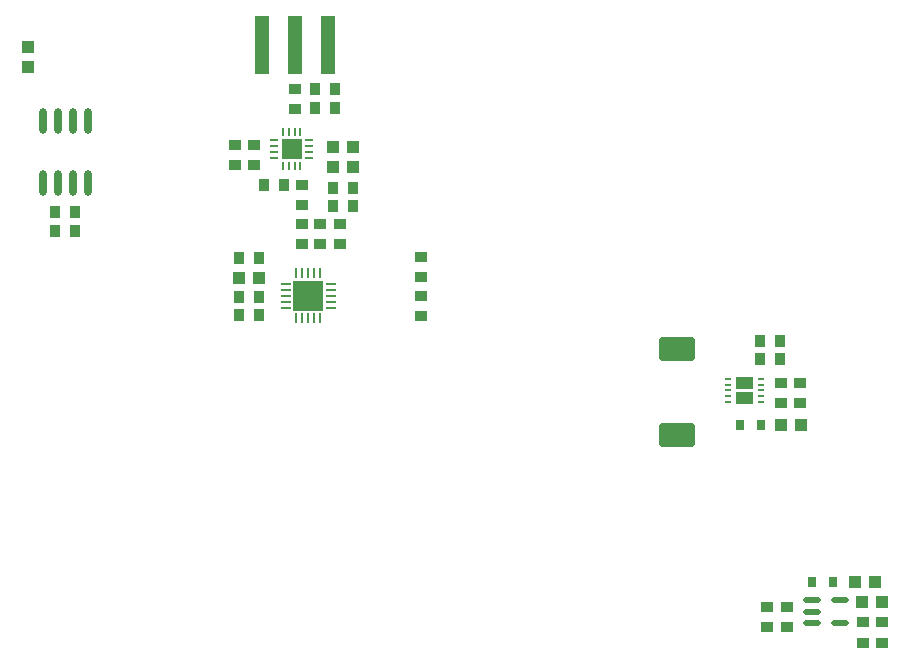
<source format=gtp>
G04 Layer_Color=8421504*
%FSLAX25Y25*%
%MOIN*%
G70*
G01*
G75*
%ADD10R,0.10236X0.10236*%
%ADD11O,0.03347X0.00984*%
%ADD12O,0.00984X0.03347*%
%ADD14R,0.02362X0.00945*%
%ADD15O,0.02362X0.08661*%
%ADD16R,0.03937X0.04331*%
G04:AMPARAMS|DCode=17|XSize=39.37mil|YSize=35.43mil|CornerRadius=1.77mil|HoleSize=0mil|Usage=FLASHONLY|Rotation=270.000|XOffset=0mil|YOffset=0mil|HoleType=Round|Shape=RoundedRectangle|*
%AMROUNDEDRECTD17*
21,1,0.03937,0.03189,0,0,270.0*
21,1,0.03583,0.03543,0,0,270.0*
1,1,0.00354,-0.01595,-0.01791*
1,1,0.00354,-0.01595,0.01791*
1,1,0.00354,0.01595,0.01791*
1,1,0.00354,0.01595,-0.01791*
%
%ADD17ROUNDEDRECTD17*%
G04:AMPARAMS|DCode=18|XSize=39.37mil|YSize=35.43mil|CornerRadius=1.77mil|HoleSize=0mil|Usage=FLASHONLY|Rotation=0.000|XOffset=0mil|YOffset=0mil|HoleType=Round|Shape=RoundedRectangle|*
%AMROUNDEDRECTD18*
21,1,0.03937,0.03189,0,0,0.0*
21,1,0.03583,0.03543,0,0,0.0*
1,1,0.00354,0.01791,-0.01595*
1,1,0.00354,-0.01791,-0.01595*
1,1,0.00354,-0.01791,0.01595*
1,1,0.00354,0.01791,0.01595*
%
%ADD18ROUNDEDRECTD18*%
%ADD19R,0.03150X0.03740*%
G04:AMPARAMS|DCode=20|XSize=78.74mil|YSize=118.11mil|CornerRadius=7.87mil|HoleSize=0mil|Usage=FLASHONLY|Rotation=90.000|XOffset=0mil|YOffset=0mil|HoleType=Round|Shape=RoundedRectangle|*
%AMROUNDEDRECTD20*
21,1,0.07874,0.10236,0,0,90.0*
21,1,0.06299,0.11811,0,0,90.0*
1,1,0.01575,0.05118,0.03150*
1,1,0.01575,0.05118,-0.03150*
1,1,0.01575,-0.05118,-0.03150*
1,1,0.01575,-0.05118,0.03150*
%
%ADD20ROUNDEDRECTD20*%
%ADD21R,0.04724X0.19685*%
%ADD22R,0.04331X0.03937*%
%ADD23O,0.05906X0.01969*%
%ADD24O,0.00984X0.03150*%
%ADD25O,0.03150X0.00984*%
%ADD26R,0.06693X0.06693*%
G36*
X484453Y256933D02*
X478547D01*
Y261106D01*
X484453D01*
Y256933D01*
D02*
G37*
G36*
Y261894D02*
X478547D01*
Y266067D01*
X484453D01*
Y261894D01*
D02*
G37*
D10*
X336000Y293000D02*
D03*
D11*
X328520Y289063D02*
D03*
Y291032D02*
D03*
Y293000D02*
D03*
Y294969D02*
D03*
Y296937D02*
D03*
X343480D02*
D03*
Y294969D02*
D03*
Y293000D02*
D03*
Y291032D02*
D03*
Y289063D02*
D03*
D12*
X332063Y300480D02*
D03*
X334032D02*
D03*
X336000D02*
D03*
X337968D02*
D03*
X339937D02*
D03*
Y285520D02*
D03*
X337968D02*
D03*
X336000D02*
D03*
X334032D02*
D03*
X332063D02*
D03*
D14*
X487012Y265437D02*
D03*
Y263469D02*
D03*
Y261500D02*
D03*
Y259531D02*
D03*
Y257563D02*
D03*
X475988D02*
D03*
Y259531D02*
D03*
Y261500D02*
D03*
Y263469D02*
D03*
Y265437D02*
D03*
D15*
X247600Y330551D02*
D03*
X252600D02*
D03*
X257600D02*
D03*
X262600D02*
D03*
X247600Y351449D02*
D03*
X252600D02*
D03*
X257600D02*
D03*
X262600D02*
D03*
D16*
X242500Y369153D02*
D03*
Y375847D02*
D03*
D17*
X251654Y321000D02*
D03*
X258347D02*
D03*
X251654Y314500D02*
D03*
X258347D02*
D03*
X493378Y271969D02*
D03*
X486685D02*
D03*
X493378Y277969D02*
D03*
X486685D02*
D03*
X313000Y305500D02*
D03*
X319693D02*
D03*
X313000Y292500D02*
D03*
X319693D02*
D03*
Y286500D02*
D03*
X313000D02*
D03*
X344847Y355500D02*
D03*
X338154D02*
D03*
X344847Y362000D02*
D03*
X338154D02*
D03*
X327847Y330000D02*
D03*
X321153D02*
D03*
X350847Y323000D02*
D03*
X344153D02*
D03*
X350847Y329000D02*
D03*
X344153D02*
D03*
D18*
X527362Y184153D02*
D03*
Y177461D02*
D03*
X520866Y184153D02*
D03*
Y177461D02*
D03*
X495500Y189347D02*
D03*
Y182653D02*
D03*
X489000Y189347D02*
D03*
Y182653D02*
D03*
X493500Y263846D02*
D03*
Y257154D02*
D03*
X500000Y263846D02*
D03*
Y257154D02*
D03*
X311500Y336653D02*
D03*
Y343347D02*
D03*
X318000Y336653D02*
D03*
Y343347D02*
D03*
X334000Y329847D02*
D03*
Y323153D02*
D03*
X373500Y292846D02*
D03*
Y286154D02*
D03*
Y299153D02*
D03*
Y305847D02*
D03*
X331500Y355153D02*
D03*
Y361846D02*
D03*
X334000Y310154D02*
D03*
Y316846D02*
D03*
X340000Y310154D02*
D03*
Y316846D02*
D03*
X346500D02*
D03*
Y310154D02*
D03*
D19*
X487043Y250000D02*
D03*
X479957D02*
D03*
X511043Y197500D02*
D03*
X503957D02*
D03*
D20*
X459000Y275370D02*
D03*
Y246630D02*
D03*
D21*
X342524Y376500D02*
D03*
X320476D02*
D03*
X331500D02*
D03*
D22*
X493653Y250000D02*
D03*
X500347Y250000D02*
D03*
X518153Y197500D02*
D03*
X524847D02*
D03*
X527347Y191000D02*
D03*
X520653D02*
D03*
X319693Y299000D02*
D03*
X313000D02*
D03*
X344153Y336000D02*
D03*
X350847D02*
D03*
X344153Y342500D02*
D03*
X350847D02*
D03*
D23*
X504000Y191500D02*
D03*
Y184020D02*
D03*
X513449Y191500D02*
D03*
Y184020D02*
D03*
X504000Y187760D02*
D03*
D24*
X327547Y336291D02*
D03*
X329516D02*
D03*
X331484D02*
D03*
X333453D02*
D03*
Y347709D02*
D03*
X331484D02*
D03*
X329516D02*
D03*
X327547D02*
D03*
D25*
X336209Y339047D02*
D03*
Y341016D02*
D03*
Y342984D02*
D03*
Y344953D02*
D03*
X324791D02*
D03*
Y342984D02*
D03*
Y341016D02*
D03*
Y339047D02*
D03*
D26*
X330500Y342000D02*
D03*
M02*

</source>
